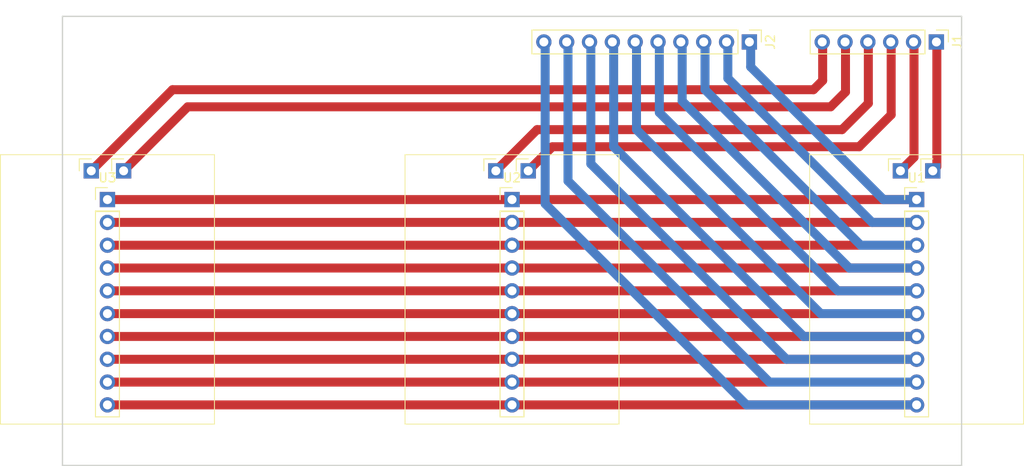
<source format=kicad_pcb>
(kicad_pcb (version 4) (host pcbnew 4.0.7)

  (general
    (links 36)
    (no_connects 10)
    (area 85.849999 71.85238 200.150001 123.825001)
    (thickness 1.6)
    (drawings 4)
    (tracks 60)
    (zones 0)
    (modules 5)
    (nets 17)
  )

  (page A4)
  (layers
    (0 F.Cu signal)
    (31 B.Cu signal)
    (32 B.Adhes user)
    (33 F.Adhes user)
    (34 B.Paste user)
    (35 F.Paste user)
    (36 B.SilkS user)
    (37 F.SilkS user)
    (38 B.Mask user)
    (39 F.Mask user)
    (40 Dwgs.User user)
    (41 Cmts.User user)
    (42 Eco1.User user)
    (43 Eco2.User user)
    (44 Edge.Cuts user)
    (45 Margin user)
    (46 B.CrtYd user)
    (47 F.CrtYd user)
    (48 B.Fab user)
    (49 F.Fab user)
  )

  (setup
    (last_trace_width 1)
    (trace_clearance 0.2)
    (zone_clearance 0.508)
    (zone_45_only no)
    (trace_min 0.2)
    (segment_width 0.2)
    (edge_width 0.15)
    (via_size 0.6)
    (via_drill 0.4)
    (via_min_size 0.4)
    (via_min_drill 0.3)
    (uvia_size 0.3)
    (uvia_drill 0.1)
    (uvias_allowed no)
    (uvia_min_size 0.2)
    (uvia_min_drill 0.1)
    (pcb_text_width 0.3)
    (pcb_text_size 1.5 1.5)
    (mod_edge_width 0.15)
    (mod_text_size 1 1)
    (mod_text_width 0.15)
    (pad_size 1.524 1.524)
    (pad_drill 0.762)
    (pad_to_mask_clearance 0.2)
    (aux_axis_origin 93 123.8)
    (visible_elements 7FFFFFFF)
    (pcbplotparams
      (layerselection 0x010f0_80000001)
      (usegerberextensions true)
      (excludeedgelayer true)
      (linewidth 0.100000)
      (plotframeref false)
      (viasonmask false)
      (mode 1)
      (useauxorigin false)
      (hpglpennumber 1)
      (hpglpenspeed 20)
      (hpglpendiameter 15)
      (hpglpenoverlay 2)
      (psnegative false)
      (psa4output false)
      (plotreference true)
      (plotvalue true)
      (plotinvisibletext false)
      (padsonsilk false)
      (subtractmaskfromsilk true)
      (outputformat 1)
      (mirror false)
      (drillshape 0)
      (scaleselection 1)
      (outputdirectory export))
  )

  (net 0 "")
  (net 1 "Net-(J1-Pad1)")
  (net 2 "Net-(J1-Pad2)")
  (net 3 "Net-(J1-Pad3)")
  (net 4 "Net-(J1-Pad4)")
  (net 5 "Net-(J1-Pad5)")
  (net 6 "Net-(J1-Pad6)")
  (net 7 "Net-(J2-Pad1)")
  (net 8 "Net-(J2-Pad2)")
  (net 9 "Net-(J2-Pad3)")
  (net 10 "Net-(J2-Pad4)")
  (net 11 "Net-(J2-Pad5)")
  (net 12 "Net-(J2-Pad6)")
  (net 13 "Net-(J2-Pad7)")
  (net 14 "Net-(J2-Pad8)")
  (net 15 "Net-(J2-Pad9)")
  (net 16 "Net-(J2-Pad10)")

  (net_class Default "これは標準のネット クラスです。"
    (clearance 0.2)
    (trace_width 1)
    (via_dia 0.6)
    (via_drill 0.4)
    (uvia_dia 0.3)
    (uvia_drill 0.1)
    (add_net "Net-(J1-Pad1)")
    (add_net "Net-(J1-Pad2)")
    (add_net "Net-(J1-Pad3)")
    (add_net "Net-(J1-Pad4)")
    (add_net "Net-(J1-Pad5)")
    (add_net "Net-(J1-Pad6)")
    (add_net "Net-(J2-Pad1)")
    (add_net "Net-(J2-Pad10)")
    (add_net "Net-(J2-Pad2)")
    (add_net "Net-(J2-Pad3)")
    (add_net "Net-(J2-Pad4)")
    (add_net "Net-(J2-Pad5)")
    (add_net "Net-(J2-Pad6)")
    (add_net "Net-(J2-Pad7)")
    (add_net "Net-(J2-Pad8)")
    (add_net "Net-(J2-Pad9)")
  )

  (module Socket_Strips:Socket_Strip_Straight_1x06_Pitch2.54mm (layer F.Cu) (tedit 58CD5446) (tstamp 5B4DDF3B)
    (at 190.2 76.6 270)
    (descr "Through hole straight socket strip, 1x06, 2.54mm pitch, single row")
    (tags "Through hole socket strip THT 1x06 2.54mm single row")
    (path /5B4DDDB6)
    (fp_text reference J1 (at 0 -2.33 270) (layer F.SilkS)
      (effects (font (size 1 1) (thickness 0.15)))
    )
    (fp_text value Conn_01x06 (at 0 15.03 270) (layer F.Fab)
      (effects (font (size 1 1) (thickness 0.15)))
    )
    (fp_line (start -1.27 -1.27) (end -1.27 13.97) (layer F.Fab) (width 0.1))
    (fp_line (start -1.27 13.97) (end 1.27 13.97) (layer F.Fab) (width 0.1))
    (fp_line (start 1.27 13.97) (end 1.27 -1.27) (layer F.Fab) (width 0.1))
    (fp_line (start 1.27 -1.27) (end -1.27 -1.27) (layer F.Fab) (width 0.1))
    (fp_line (start -1.33 1.27) (end -1.33 14.03) (layer F.SilkS) (width 0.12))
    (fp_line (start -1.33 14.03) (end 1.33 14.03) (layer F.SilkS) (width 0.12))
    (fp_line (start 1.33 14.03) (end 1.33 1.27) (layer F.SilkS) (width 0.12))
    (fp_line (start 1.33 1.27) (end -1.33 1.27) (layer F.SilkS) (width 0.12))
    (fp_line (start -1.33 0) (end -1.33 -1.33) (layer F.SilkS) (width 0.12))
    (fp_line (start -1.33 -1.33) (end 0 -1.33) (layer F.SilkS) (width 0.12))
    (fp_line (start -1.8 -1.8) (end -1.8 14.5) (layer F.CrtYd) (width 0.05))
    (fp_line (start -1.8 14.5) (end 1.8 14.5) (layer F.CrtYd) (width 0.05))
    (fp_line (start 1.8 14.5) (end 1.8 -1.8) (layer F.CrtYd) (width 0.05))
    (fp_line (start 1.8 -1.8) (end -1.8 -1.8) (layer F.CrtYd) (width 0.05))
    (fp_text user %R (at 0 -2.33 270) (layer F.Fab)
      (effects (font (size 1 1) (thickness 0.15)))
    )
    (pad 1 thru_hole rect (at 0 0 270) (size 1.7 1.7) (drill 1) (layers *.Cu *.Mask)
      (net 1 "Net-(J1-Pad1)"))
    (pad 2 thru_hole oval (at 0 2.54 270) (size 1.7 1.7) (drill 1) (layers *.Cu *.Mask)
      (net 2 "Net-(J1-Pad2)"))
    (pad 3 thru_hole oval (at 0 5.08 270) (size 1.7 1.7) (drill 1) (layers *.Cu *.Mask)
      (net 3 "Net-(J1-Pad3)"))
    (pad 4 thru_hole oval (at 0 7.62 270) (size 1.7 1.7) (drill 1) (layers *.Cu *.Mask)
      (net 4 "Net-(J1-Pad4)"))
    (pad 5 thru_hole oval (at 0 10.16 270) (size 1.7 1.7) (drill 1) (layers *.Cu *.Mask)
      (net 5 "Net-(J1-Pad5)"))
    (pad 6 thru_hole oval (at 0 12.7 270) (size 1.7 1.7) (drill 1) (layers *.Cu *.Mask)
      (net 6 "Net-(J1-Pad6)"))
    (model ${KISYS3DMOD}/Socket_Strips.3dshapes/Socket_Strip_Straight_1x06_Pitch2.54mm.wrl
      (at (xyz 0 -0.25 0))
      (scale (xyz 1 1 1))
      (rotate (xyz 0 0 270))
    )
  )

  (module Socket_Strips:Socket_Strip_Straight_1x10_Pitch2.54mm (layer F.Cu) (tedit 58CD5446) (tstamp 5B4DDF49)
    (at 169.4 76.6 270)
    (descr "Through hole straight socket strip, 1x10, 2.54mm pitch, single row")
    (tags "Through hole socket strip THT 1x10 2.54mm single row")
    (path /5B4DDCFB)
    (fp_text reference J2 (at 0 -2.33 270) (layer F.SilkS)
      (effects (font (size 1 1) (thickness 0.15)))
    )
    (fp_text value Conn_01x10 (at 0 25.19 270) (layer F.Fab)
      (effects (font (size 1 1) (thickness 0.15)))
    )
    (fp_line (start -1.27 -1.27) (end -1.27 24.13) (layer F.Fab) (width 0.1))
    (fp_line (start -1.27 24.13) (end 1.27 24.13) (layer F.Fab) (width 0.1))
    (fp_line (start 1.27 24.13) (end 1.27 -1.27) (layer F.Fab) (width 0.1))
    (fp_line (start 1.27 -1.27) (end -1.27 -1.27) (layer F.Fab) (width 0.1))
    (fp_line (start -1.33 1.27) (end -1.33 24.19) (layer F.SilkS) (width 0.12))
    (fp_line (start -1.33 24.19) (end 1.33 24.19) (layer F.SilkS) (width 0.12))
    (fp_line (start 1.33 24.19) (end 1.33 1.27) (layer F.SilkS) (width 0.12))
    (fp_line (start 1.33 1.27) (end -1.33 1.27) (layer F.SilkS) (width 0.12))
    (fp_line (start -1.33 0) (end -1.33 -1.33) (layer F.SilkS) (width 0.12))
    (fp_line (start -1.33 -1.33) (end 0 -1.33) (layer F.SilkS) (width 0.12))
    (fp_line (start -1.8 -1.8) (end -1.8 24.65) (layer F.CrtYd) (width 0.05))
    (fp_line (start -1.8 24.65) (end 1.8 24.65) (layer F.CrtYd) (width 0.05))
    (fp_line (start 1.8 24.65) (end 1.8 -1.8) (layer F.CrtYd) (width 0.05))
    (fp_line (start 1.8 -1.8) (end -1.8 -1.8) (layer F.CrtYd) (width 0.05))
    (fp_text user %R (at 0 -2.33 270) (layer F.Fab)
      (effects (font (size 1 1) (thickness 0.15)))
    )
    (pad 1 thru_hole rect (at 0 0 270) (size 1.7 1.7) (drill 1) (layers *.Cu *.Mask)
      (net 7 "Net-(J2-Pad1)"))
    (pad 2 thru_hole oval (at 0 2.54 270) (size 1.7 1.7) (drill 1) (layers *.Cu *.Mask)
      (net 8 "Net-(J2-Pad2)"))
    (pad 3 thru_hole oval (at 0 5.08 270) (size 1.7 1.7) (drill 1) (layers *.Cu *.Mask)
      (net 9 "Net-(J2-Pad3)"))
    (pad 4 thru_hole oval (at 0 7.62 270) (size 1.7 1.7) (drill 1) (layers *.Cu *.Mask)
      (net 10 "Net-(J2-Pad4)"))
    (pad 5 thru_hole oval (at 0 10.16 270) (size 1.7 1.7) (drill 1) (layers *.Cu *.Mask)
      (net 11 "Net-(J2-Pad5)"))
    (pad 6 thru_hole oval (at 0 12.7 270) (size 1.7 1.7) (drill 1) (layers *.Cu *.Mask)
      (net 12 "Net-(J2-Pad6)"))
    (pad 7 thru_hole oval (at 0 15.24 270) (size 1.7 1.7) (drill 1) (layers *.Cu *.Mask)
      (net 13 "Net-(J2-Pad7)"))
    (pad 8 thru_hole oval (at 0 17.78 270) (size 1.7 1.7) (drill 1) (layers *.Cu *.Mask)
      (net 14 "Net-(J2-Pad8)"))
    (pad 9 thru_hole oval (at 0 20.32 270) (size 1.7 1.7) (drill 1) (layers *.Cu *.Mask)
      (net 15 "Net-(J2-Pad9)"))
    (pad 10 thru_hole oval (at 0 22.86 270) (size 1.7 1.7) (drill 1) (layers *.Cu *.Mask)
      (net 16 "Net-(J2-Pad10)"))
    (model ${KISYS3DMOD}/Socket_Strips.3dshapes/Socket_Strip_Straight_1x10_Pitch2.54mm.wrl
      (at (xyz 0 -0.45 0))
      (scale (xyz 1 1 1))
      (rotate (xyz 0 0 270))
    )
  )

  (module LixieMounter:LixieUnit (layer F.Cu) (tedit 5B4C7FC4) (tstamp 5B4DDF85)
    (at 188 94.55)
    (descr "Through hole straight socket strip, 1x10, 2.54mm pitch, single row")
    (tags "Through hole socket strip THT 1x10 2.54mm single row")
    (path /5B4DDBB3)
    (fp_text reference U1 (at 0 -2.83) (layer F.SilkS)
      (effects (font (size 1 1) (thickness 0.15)))
    )
    (fp_text value 2DigitLixie (at 0.1 25.9) (layer F.Fab)
      (effects (font (size 1 1) (thickness 0.15)))
    )
    (fp_line (start -11.9 -5.4) (end -11.9 24.6) (layer F.SilkS) (width 0.1))
    (fp_line (start 11.9 -5.4) (end 11.9 24.6) (layer F.SilkS) (width 0.1))
    (fp_line (start 11.9 24.6) (end -11.9 24.6) (layer F.SilkS) (width 0.1))
    (fp_line (start 11.9 -5.4) (end -11.9 -5.4) (layer F.SilkS) (width 0.1))
    (fp_line (start 3.6 -5.4) (end 0 -5.4) (layer F.CrtYd) (width 0.05))
    (fp_line (start 3.6 -1.8) (end 3.6 -5.4) (layer F.CrtYd) (width 0.05))
    (fp_line (start 0 -1.8) (end 3.6 -1.8) (layer F.CrtYd) (width 0.05))
    (fp_line (start 0 -5.4) (end 0 -1.8) (layer F.CrtYd) (width 0.05))
    (fp_line (start 0.47 -4.93) (end 1.8 -4.93) (layer F.SilkS) (width 0.12))
    (fp_line (start 0.47 -3.6) (end 0.47 -4.93) (layer F.SilkS) (width 0.12))
    (fp_line (start 3.07 -4.87) (end 0.53 -4.87) (layer F.Fab) (width 0.1))
    (fp_line (start 0.52 -2.33) (end 0.52 -4.87) (layer F.Fab) (width 0.1))
    (fp_line (start 3.08 -4.87) (end 3.08 -2.33) (layer F.Fab) (width 0.1))
    (fp_line (start 0.53 -2.33) (end 3.07 -2.33) (layer F.Fab) (width 0.1))
    (fp_line (start -3.07 -2.33) (end -0.53 -2.33) (layer F.Fab) (width 0.1))
    (fp_line (start -0.52 -4.87) (end -0.52 -2.33) (layer F.Fab) (width 0.1))
    (fp_line (start -1.27 0.87) (end 1.27 0.87) (layer F.Fab) (width 0.1))
    (fp_line (start -3.08 -2.33) (end -3.08 -4.87) (layer F.Fab) (width 0.1))
    (fp_line (start -0.53 -4.87) (end -3.07 -4.87) (layer F.Fab) (width 0.1))
    (fp_line (start -1.33 0.87) (end -1.33 0.93) (layer F.SilkS) (width 0.12))
    (fp_line (start -1.33 0.93) (end 1.33 0.93) (layer F.SilkS) (width 0.12))
    (fp_line (start 1.33 0.93) (end 1.33 0.87) (layer F.SilkS) (width 0.12))
    (fp_line (start -3.13 -3.6) (end -3.13 -4.93) (layer F.SilkS) (width 0.12))
    (fp_line (start -3.13 -4.93) (end -1.8 -4.93) (layer F.SilkS) (width 0.12))
    (fp_line (start -3.6 -5.4) (end -3.6 -1.8) (layer F.CrtYd) (width 0.05))
    (fp_line (start -3.6 -1.8) (end 0 -1.8) (layer F.CrtYd) (width 0.05))
    (fp_line (start 0 -1.8) (end 0 -5.4) (layer F.CrtYd) (width 0.05))
    (fp_line (start 0 -5.4) (end -3.6 -5.4) (layer F.CrtYd) (width 0.05))
    (fp_text user %R (at 0 -2.83) (layer F.Fab)
      (effects (font (size 1 1) (thickness 0.15)))
    )
    (fp_line (start -1.27 -1.67) (end -1.27 23.73) (layer F.Fab) (width 0.1))
    (fp_line (start -1.27 23.73) (end 1.27 23.73) (layer F.Fab) (width 0.1))
    (fp_line (start 1.27 23.73) (end 1.27 -1.67) (layer F.Fab) (width 0.1))
    (fp_line (start 1.27 -1.67) (end -1.27 -1.67) (layer F.Fab) (width 0.1))
    (fp_line (start -1.33 0.87) (end -1.33 23.79) (layer F.SilkS) (width 0.12))
    (fp_line (start -1.33 23.79) (end 1.33 23.79) (layer F.SilkS) (width 0.12))
    (fp_line (start 1.33 23.79) (end 1.33 0.87) (layer F.SilkS) (width 0.12))
    (fp_line (start 1.33 0.87) (end -1.33 0.87) (layer F.SilkS) (width 0.12))
    (fp_line (start -1.33 -0.4) (end -1.33 -1.73) (layer F.SilkS) (width 0.12))
    (fp_line (start -1.33 -1.73) (end 0 -1.73) (layer F.SilkS) (width 0.12))
    (fp_line (start -1.8 -2.2) (end -1.8 24.25) (layer F.CrtYd) (width 0.05))
    (fp_line (start -1.8 24.25) (end 1.8 24.25) (layer F.CrtYd) (width 0.05))
    (fp_line (start 1.8 24.25) (end 1.8 -2.2) (layer F.CrtYd) (width 0.05))
    (fp_line (start 1.8 -2.2) (end -1.8 -2.2) (layer F.CrtYd) (width 0.05))
    (fp_text user %R (at 0 -2.83) (layer F.Fab)
      (effects (font (size 1 1) (thickness 0.15)))
    )
    (pad 1 thru_hole rect (at 1.8 -3.6) (size 1.7 1.7) (drill 1) (layers *.Cu *.Mask)
      (net 1 "Net-(J1-Pad1)"))
    (pad 2 thru_hole rect (at -1.8 -3.6) (size 1.7 1.7) (drill 1) (layers *.Cu *.Mask)
      (net 2 "Net-(J1-Pad2)"))
    (pad 3 thru_hole rect (at 0 -0.4) (size 1.7 1.7) (drill 1) (layers *.Cu *.Mask)
      (net 7 "Net-(J2-Pad1)"))
    (pad 4 thru_hole oval (at 0 2.14) (size 1.7 1.7) (drill 1) (layers *.Cu *.Mask)
      (net 8 "Net-(J2-Pad2)"))
    (pad 5 thru_hole oval (at 0 4.68) (size 1.7 1.7) (drill 1) (layers *.Cu *.Mask)
      (net 9 "Net-(J2-Pad3)"))
    (pad 6 thru_hole oval (at 0 7.22) (size 1.7 1.7) (drill 1) (layers *.Cu *.Mask)
      (net 10 "Net-(J2-Pad4)"))
    (pad 7 thru_hole oval (at 0 9.76) (size 1.7 1.7) (drill 1) (layers *.Cu *.Mask)
      (net 11 "Net-(J2-Pad5)"))
    (pad 8 thru_hole oval (at 0 12.3) (size 1.7 1.7) (drill 1) (layers *.Cu *.Mask)
      (net 12 "Net-(J2-Pad6)"))
    (pad 9 thru_hole oval (at 0 14.84) (size 1.7 1.7) (drill 1) (layers *.Cu *.Mask)
      (net 13 "Net-(J2-Pad7)"))
    (pad 10 thru_hole oval (at 0 17.38) (size 1.7 1.7) (drill 1) (layers *.Cu *.Mask)
      (net 14 "Net-(J2-Pad8)"))
    (pad 11 thru_hole oval (at 0 19.92) (size 1.7 1.7) (drill 1) (layers *.Cu *.Mask)
      (net 15 "Net-(J2-Pad9)"))
    (pad 12 thru_hole oval (at 0 22.46) (size 1.7 1.7) (drill 1) (layers *.Cu *.Mask)
      (net 16 "Net-(J2-Pad10)"))
    (model ${KISYS3DMOD}/Socket_Strips.3dshapes/Socket_Strip_Straight_1x10_Pitch2.54mm.wrl
      (at (xyz 0 -0.45 0))
      (scale (xyz 1 1 1))
      (rotate (xyz 0 0 270))
    )
  )

  (module LixieMounter:LixieUnit (layer F.Cu) (tedit 5B4C7FC4) (tstamp 5B4DDFC1)
    (at 143 94.55)
    (descr "Through hole straight socket strip, 1x10, 2.54mm pitch, single row")
    (tags "Through hole socket strip THT 1x10 2.54mm single row")
    (path /5B4DDC47)
    (fp_text reference U2 (at 0 -2.83) (layer F.SilkS)
      (effects (font (size 1 1) (thickness 0.15)))
    )
    (fp_text value 2DigitLixie (at 0.1 25.9) (layer F.Fab)
      (effects (font (size 1 1) (thickness 0.15)))
    )
    (fp_line (start -11.9 -5.4) (end -11.9 24.6) (layer F.SilkS) (width 0.1))
    (fp_line (start 11.9 -5.4) (end 11.9 24.6) (layer F.SilkS) (width 0.1))
    (fp_line (start 11.9 24.6) (end -11.9 24.6) (layer F.SilkS) (width 0.1))
    (fp_line (start 11.9 -5.4) (end -11.9 -5.4) (layer F.SilkS) (width 0.1))
    (fp_line (start 3.6 -5.4) (end 0 -5.4) (layer F.CrtYd) (width 0.05))
    (fp_line (start 3.6 -1.8) (end 3.6 -5.4) (layer F.CrtYd) (width 0.05))
    (fp_line (start 0 -1.8) (end 3.6 -1.8) (layer F.CrtYd) (width 0.05))
    (fp_line (start 0 -5.4) (end 0 -1.8) (layer F.CrtYd) (width 0.05))
    (fp_line (start 0.47 -4.93) (end 1.8 -4.93) (layer F.SilkS) (width 0.12))
    (fp_line (start 0.47 -3.6) (end 0.47 -4.93) (layer F.SilkS) (width 0.12))
    (fp_line (start 3.07 -4.87) (end 0.53 -4.87) (layer F.Fab) (width 0.1))
    (fp_line (start 0.52 -2.33) (end 0.52 -4.87) (layer F.Fab) (width 0.1))
    (fp_line (start 3.08 -4.87) (end 3.08 -2.33) (layer F.Fab) (width 0.1))
    (fp_line (start 0.53 -2.33) (end 3.07 -2.33) (layer F.Fab) (width 0.1))
    (fp_line (start -3.07 -2.33) (end -0.53 -2.33) (layer F.Fab) (width 0.1))
    (fp_line (start -0.52 -4.87) (end -0.52 -2.33) (layer F.Fab) (width 0.1))
    (fp_line (start -1.27 0.87) (end 1.27 0.87) (layer F.Fab) (width 0.1))
    (fp_line (start -3.08 -2.33) (end -3.08 -4.87) (layer F.Fab) (width 0.1))
    (fp_line (start -0.53 -4.87) (end -3.07 -4.87) (layer F.Fab) (width 0.1))
    (fp_line (start -1.33 0.87) (end -1.33 0.93) (layer F.SilkS) (width 0.12))
    (fp_line (start -1.33 0.93) (end 1.33 0.93) (layer F.SilkS) (width 0.12))
    (fp_line (start 1.33 0.93) (end 1.33 0.87) (layer F.SilkS) (width 0.12))
    (fp_line (start -3.13 -3.6) (end -3.13 -4.93) (layer F.SilkS) (width 0.12))
    (fp_line (start -3.13 -4.93) (end -1.8 -4.93) (layer F.SilkS) (width 0.12))
    (fp_line (start -3.6 -5.4) (end -3.6 -1.8) (layer F.CrtYd) (width 0.05))
    (fp_line (start -3.6 -1.8) (end 0 -1.8) (layer F.CrtYd) (width 0.05))
    (fp_line (start 0 -1.8) (end 0 -5.4) (layer F.CrtYd) (width 0.05))
    (fp_line (start 0 -5.4) (end -3.6 -5.4) (layer F.CrtYd) (width 0.05))
    (fp_text user %R (at 0 -2.83) (layer F.Fab)
      (effects (font (size 1 1) (thickness 0.15)))
    )
    (fp_line (start -1.27 -1.67) (end -1.27 23.73) (layer F.Fab) (width 0.1))
    (fp_line (start -1.27 23.73) (end 1.27 23.73) (layer F.Fab) (width 0.1))
    (fp_line (start 1.27 23.73) (end 1.27 -1.67) (layer F.Fab) (width 0.1))
    (fp_line (start 1.27 -1.67) (end -1.27 -1.67) (layer F.Fab) (width 0.1))
    (fp_line (start -1.33 0.87) (end -1.33 23.79) (layer F.SilkS) (width 0.12))
    (fp_line (start -1.33 23.79) (end 1.33 23.79) (layer F.SilkS) (width 0.12))
    (fp_line (start 1.33 23.79) (end 1.33 0.87) (layer F.SilkS) (width 0.12))
    (fp_line (start 1.33 0.87) (end -1.33 0.87) (layer F.SilkS) (width 0.12))
    (fp_line (start -1.33 -0.4) (end -1.33 -1.73) (layer F.SilkS) (width 0.12))
    (fp_line (start -1.33 -1.73) (end 0 -1.73) (layer F.SilkS) (width 0.12))
    (fp_line (start -1.8 -2.2) (end -1.8 24.25) (layer F.CrtYd) (width 0.05))
    (fp_line (start -1.8 24.25) (end 1.8 24.25) (layer F.CrtYd) (width 0.05))
    (fp_line (start 1.8 24.25) (end 1.8 -2.2) (layer F.CrtYd) (width 0.05))
    (fp_line (start 1.8 -2.2) (end -1.8 -2.2) (layer F.CrtYd) (width 0.05))
    (fp_text user %R (at 0 -2.83) (layer F.Fab)
      (effects (font (size 1 1) (thickness 0.15)))
    )
    (pad 1 thru_hole rect (at 1.8 -3.6) (size 1.7 1.7) (drill 1) (layers *.Cu *.Mask)
      (net 3 "Net-(J1-Pad3)"))
    (pad 2 thru_hole rect (at -1.8 -3.6) (size 1.7 1.7) (drill 1) (layers *.Cu *.Mask)
      (net 4 "Net-(J1-Pad4)"))
    (pad 3 thru_hole rect (at 0 -0.4) (size 1.7 1.7) (drill 1) (layers *.Cu *.Mask)
      (net 7 "Net-(J2-Pad1)"))
    (pad 4 thru_hole oval (at 0 2.14) (size 1.7 1.7) (drill 1) (layers *.Cu *.Mask)
      (net 8 "Net-(J2-Pad2)"))
    (pad 5 thru_hole oval (at 0 4.68) (size 1.7 1.7) (drill 1) (layers *.Cu *.Mask)
      (net 9 "Net-(J2-Pad3)"))
    (pad 6 thru_hole oval (at 0 7.22) (size 1.7 1.7) (drill 1) (layers *.Cu *.Mask)
      (net 10 "Net-(J2-Pad4)"))
    (pad 7 thru_hole oval (at 0 9.76) (size 1.7 1.7) (drill 1) (layers *.Cu *.Mask)
      (net 11 "Net-(J2-Pad5)"))
    (pad 8 thru_hole oval (at 0 12.3) (size 1.7 1.7) (drill 1) (layers *.Cu *.Mask)
      (net 12 "Net-(J2-Pad6)"))
    (pad 9 thru_hole oval (at 0 14.84) (size 1.7 1.7) (drill 1) (layers *.Cu *.Mask)
      (net 13 "Net-(J2-Pad7)"))
    (pad 10 thru_hole oval (at 0 17.38) (size 1.7 1.7) (drill 1) (layers *.Cu *.Mask)
      (net 14 "Net-(J2-Pad8)"))
    (pad 11 thru_hole oval (at 0 19.92) (size 1.7 1.7) (drill 1) (layers *.Cu *.Mask)
      (net 15 "Net-(J2-Pad9)"))
    (pad 12 thru_hole oval (at 0 22.46) (size 1.7 1.7) (drill 1) (layers *.Cu *.Mask)
      (net 16 "Net-(J2-Pad10)"))
    (model ${KISYS3DMOD}/Socket_Strips.3dshapes/Socket_Strip_Straight_1x10_Pitch2.54mm.wrl
      (at (xyz 0 -0.45 0))
      (scale (xyz 1 1 1))
      (rotate (xyz 0 0 270))
    )
  )

  (module LixieMounter:LixieUnit (layer F.Cu) (tedit 5B4C7FC4) (tstamp 5B4DDFFD)
    (at 98 94.55)
    (descr "Through hole straight socket strip, 1x10, 2.54mm pitch, single row")
    (tags "Through hole socket strip THT 1x10 2.54mm single row")
    (path /5B4DDCA1)
    (fp_text reference U3 (at 0 -2.83) (layer F.SilkS)
      (effects (font (size 1 1) (thickness 0.15)))
    )
    (fp_text value 2DigitLixie (at 0.1 25.9) (layer F.Fab)
      (effects (font (size 1 1) (thickness 0.15)))
    )
    (fp_line (start -11.9 -5.4) (end -11.9 24.6) (layer F.SilkS) (width 0.1))
    (fp_line (start 11.9 -5.4) (end 11.9 24.6) (layer F.SilkS) (width 0.1))
    (fp_line (start 11.9 24.6) (end -11.9 24.6) (layer F.SilkS) (width 0.1))
    (fp_line (start 11.9 -5.4) (end -11.9 -5.4) (layer F.SilkS) (width 0.1))
    (fp_line (start 3.6 -5.4) (end 0 -5.4) (layer F.CrtYd) (width 0.05))
    (fp_line (start 3.6 -1.8) (end 3.6 -5.4) (layer F.CrtYd) (width 0.05))
    (fp_line (start 0 -1.8) (end 3.6 -1.8) (layer F.CrtYd) (width 0.05))
    (fp_line (start 0 -5.4) (end 0 -1.8) (layer F.CrtYd) (width 0.05))
    (fp_line (start 0.47 -4.93) (end 1.8 -4.93) (layer F.SilkS) (width 0.12))
    (fp_line (start 0.47 -3.6) (end 0.47 -4.93) (layer F.SilkS) (width 0.12))
    (fp_line (start 3.07 -4.87) (end 0.53 -4.87) (layer F.Fab) (width 0.1))
    (fp_line (start 0.52 -2.33) (end 0.52 -4.87) (layer F.Fab) (width 0.1))
    (fp_line (start 3.08 -4.87) (end 3.08 -2.33) (layer F.Fab) (width 0.1))
    (fp_line (start 0.53 -2.33) (end 3.07 -2.33) (layer F.Fab) (width 0.1))
    (fp_line (start -3.07 -2.33) (end -0.53 -2.33) (layer F.Fab) (width 0.1))
    (fp_line (start -0.52 -4.87) (end -0.52 -2.33) (layer F.Fab) (width 0.1))
    (fp_line (start -1.27 0.87) (end 1.27 0.87) (layer F.Fab) (width 0.1))
    (fp_line (start -3.08 -2.33) (end -3.08 -4.87) (layer F.Fab) (width 0.1))
    (fp_line (start -0.53 -4.87) (end -3.07 -4.87) (layer F.Fab) (width 0.1))
    (fp_line (start -1.33 0.87) (end -1.33 0.93) (layer F.SilkS) (width 0.12))
    (fp_line (start -1.33 0.93) (end 1.33 0.93) (layer F.SilkS) (width 0.12))
    (fp_line (start 1.33 0.93) (end 1.33 0.87) (layer F.SilkS) (width 0.12))
    (fp_line (start -3.13 -3.6) (end -3.13 -4.93) (layer F.SilkS) (width 0.12))
    (fp_line (start -3.13 -4.93) (end -1.8 -4.93) (layer F.SilkS) (width 0.12))
    (fp_line (start -3.6 -5.4) (end -3.6 -1.8) (layer F.CrtYd) (width 0.05))
    (fp_line (start -3.6 -1.8) (end 0 -1.8) (layer F.CrtYd) (width 0.05))
    (fp_line (start 0 -1.8) (end 0 -5.4) (layer F.CrtYd) (width 0.05))
    (fp_line (start 0 -5.4) (end -3.6 -5.4) (layer F.CrtYd) (width 0.05))
    (fp_text user %R (at 0 -2.83) (layer F.Fab)
      (effects (font (size 1 1) (thickness 0.15)))
    )
    (fp_line (start -1.27 -1.67) (end -1.27 23.73) (layer F.Fab) (width 0.1))
    (fp_line (start -1.27 23.73) (end 1.27 23.73) (layer F.Fab) (width 0.1))
    (fp_line (start 1.27 23.73) (end 1.27 -1.67) (layer F.Fab) (width 0.1))
    (fp_line (start 1.27 -1.67) (end -1.27 -1.67) (layer F.Fab) (width 0.1))
    (fp_line (start -1.33 0.87) (end -1.33 23.79) (layer F.SilkS) (width 0.12))
    (fp_line (start -1.33 23.79) (end 1.33 23.79) (layer F.SilkS) (width 0.12))
    (fp_line (start 1.33 23.79) (end 1.33 0.87) (layer F.SilkS) (width 0.12))
    (fp_line (start 1.33 0.87) (end -1.33 0.87) (layer F.SilkS) (width 0.12))
    (fp_line (start -1.33 -0.4) (end -1.33 -1.73) (layer F.SilkS) (width 0.12))
    (fp_line (start -1.33 -1.73) (end 0 -1.73) (layer F.SilkS) (width 0.12))
    (fp_line (start -1.8 -2.2) (end -1.8 24.25) (layer F.CrtYd) (width 0.05))
    (fp_line (start -1.8 24.25) (end 1.8 24.25) (layer F.CrtYd) (width 0.05))
    (fp_line (start 1.8 24.25) (end 1.8 -2.2) (layer F.CrtYd) (width 0.05))
    (fp_line (start 1.8 -2.2) (end -1.8 -2.2) (layer F.CrtYd) (width 0.05))
    (fp_text user %R (at 0 -2.83) (layer F.Fab)
      (effects (font (size 1 1) (thickness 0.15)))
    )
    (pad 1 thru_hole rect (at 1.8 -3.6) (size 1.7 1.7) (drill 1) (layers *.Cu *.Mask)
      (net 5 "Net-(J1-Pad5)"))
    (pad 2 thru_hole rect (at -1.8 -3.6) (size 1.7 1.7) (drill 1) (layers *.Cu *.Mask)
      (net 6 "Net-(J1-Pad6)"))
    (pad 3 thru_hole rect (at 0 -0.4) (size 1.7 1.7) (drill 1) (layers *.Cu *.Mask)
      (net 7 "Net-(J2-Pad1)"))
    (pad 4 thru_hole oval (at 0 2.14) (size 1.7 1.7) (drill 1) (layers *.Cu *.Mask)
      (net 8 "Net-(J2-Pad2)"))
    (pad 5 thru_hole oval (at 0 4.68) (size 1.7 1.7) (drill 1) (layers *.Cu *.Mask)
      (net 9 "Net-(J2-Pad3)"))
    (pad 6 thru_hole oval (at 0 7.22) (size 1.7 1.7) (drill 1) (layers *.Cu *.Mask)
      (net 10 "Net-(J2-Pad4)"))
    (pad 7 thru_hole oval (at 0 9.76) (size 1.7 1.7) (drill 1) (layers *.Cu *.Mask)
      (net 11 "Net-(J2-Pad5)"))
    (pad 8 thru_hole oval (at 0 12.3) (size 1.7 1.7) (drill 1) (layers *.Cu *.Mask)
      (net 12 "Net-(J2-Pad6)"))
    (pad 9 thru_hole oval (at 0 14.84) (size 1.7 1.7) (drill 1) (layers *.Cu *.Mask)
      (net 13 "Net-(J2-Pad7)"))
    (pad 10 thru_hole oval (at 0 17.38) (size 1.7 1.7) (drill 1) (layers *.Cu *.Mask)
      (net 14 "Net-(J2-Pad8)"))
    (pad 11 thru_hole oval (at 0 19.92) (size 1.7 1.7) (drill 1) (layers *.Cu *.Mask)
      (net 15 "Net-(J2-Pad9)"))
    (pad 12 thru_hole oval (at 0 22.46) (size 1.7 1.7) (drill 1) (layers *.Cu *.Mask)
      (net 16 "Net-(J2-Pad10)"))
    (model ${KISYS3DMOD}/Socket_Strips.3dshapes/Socket_Strip_Straight_1x10_Pitch2.54mm.wrl
      (at (xyz 0 -0.45 0))
      (scale (xyz 1 1 1))
      (rotate (xyz 0 0 270))
    )
  )

  (gr_line (start 93 123.75) (end 193 123.75) (angle 90) (layer Edge.Cuts) (width 0.15) (tstamp 5B4DE4B8))
  (gr_line (start 93 73.75) (end 93 123.75) (angle 90) (layer Edge.Cuts) (width 0.15) (tstamp 5B4DE4AB))
  (gr_line (start 193 73.75) (end 193 123.75) (angle 90) (layer Edge.Cuts) (width 0.15))
  (gr_line (start 93 73.75) (end 193 73.75) (angle 90) (layer Edge.Cuts) (width 0.15))

  (segment (start 190.25 76.7) (end 190.25 90.5) (width 1) (layer F.Cu) (net 1))
  (segment (start 190.25 90.5) (end 189.8 90.95) (width 0.75) (layer F.Cu) (net 1) (tstamp 5B4DEE1A))
  (segment (start 187.71 76.7) (end 187.71 89.44) (width 1) (layer F.Cu) (net 2))
  (segment (start 187.71 89.44) (end 186.2 90.95) (width 1) (layer F.Cu) (net 2) (tstamp 5B4DEE1E))
  (segment (start 185.17 76.7) (end 185.17 84.705) (width 1) (layer F.Cu) (net 3))
  (segment (start 185.17 84.705) (end 181.61 88.265) (width 1) (layer F.Cu) (net 3) (tstamp 5B4DEE22))
  (segment (start 181.61 88.265) (end 147.485 88.265) (width 1) (layer F.Cu) (net 3) (tstamp 5B4DEE25))
  (segment (start 147.485 88.265) (end 144.8 90.95) (width 1) (layer F.Cu) (net 3) (tstamp 5B4DEE28))
  (segment (start 182.63 76.7) (end 182.63 83.435) (width 1) (layer F.Cu) (net 4))
  (segment (start 182.63 83.435) (end 179.705 86.36) (width 1) (layer F.Cu) (net 4) (tstamp 5B4DEE2C))
  (segment (start 179.705 86.36) (end 145.79 86.36) (width 1) (layer F.Cu) (net 4) (tstamp 5B4DEE2F))
  (segment (start 145.79 86.36) (end 141.2 90.95) (width 1) (layer F.Cu) (net 4) (tstamp 5B4DEE34))
  (segment (start 180.09 76.7) (end 180.09 82.165) (width 1) (layer F.Cu) (net 5))
  (segment (start 180.09 82.165) (end 178.435 83.82) (width 1) (layer F.Cu) (net 5) (tstamp 5B4DEE39))
  (segment (start 178.435 83.82) (end 106.93 83.82) (width 1) (layer F.Cu) (net 5) (tstamp 5B4DEE3A))
  (segment (start 106.93 83.82) (end 99.8 90.95) (width 1) (layer F.Cu) (net 5) (tstamp 5B4DEE3B))
  (segment (start 177.55 76.7) (end 177.55 80.895) (width 1) (layer F.Cu) (net 6))
  (segment (start 177.55 80.895) (end 176.53 81.915) (width 1) (layer F.Cu) (net 6) (tstamp 5B4DEE42))
  (segment (start 176.53 81.915) (end 105.235 81.915) (width 1) (layer F.Cu) (net 6) (tstamp 5B4DEE43))
  (segment (start 105.235 81.915) (end 96.2 90.95) (width 1) (layer F.Cu) (net 6) (tstamp 5B4DEE46))
  (segment (start 169.545 76.95) (end 169.545 79.375) (width 1) (layer B.Cu) (net 7))
  (segment (start 169.545 79.375) (end 184.32 94.15) (width 1) (layer B.Cu) (net 7) (tstamp 5B4DEE51))
  (segment (start 184.32 94.15) (end 188 94.15) (width 1) (layer B.Cu) (net 7) (tstamp 5B4DEE54))
  (segment (start 188 94.15) (end 98 94.15) (width 1) (layer F.Cu) (net 7))
  (segment (start 188 96.69) (end 183.05 96.69) (width 1) (layer B.Cu) (net 8))
  (segment (start 183.05 96.69) (end 167.005 80.645) (width 1) (layer B.Cu) (net 8) (tstamp 5B4DEE58))
  (segment (start 167.005 80.645) (end 167.005 76.7) (width 1) (layer B.Cu) (net 8) (tstamp 5B4DEE5A))
  (segment (start 98 96.69) (end 188 96.69) (width 1) (layer F.Cu) (net 8))
  (segment (start 164.465 76.7) (end 164.465 81.915) (width 1) (layer B.Cu) (net 9))
  (segment (start 164.465 81.915) (end 181.78 99.23) (width 1) (layer B.Cu) (net 9) (tstamp 5B4DEE5E))
  (segment (start 181.78 99.23) (end 188 99.23) (width 1) (layer B.Cu) (net 9) (tstamp 5B4DEE60))
  (segment (start 188 99.23) (end 98 99.23) (width 1) (layer F.Cu) (net 9))
  (segment (start 188 101.77) (end 180.51 101.77) (width 1) (layer B.Cu) (net 10))
  (segment (start 180.51 101.77) (end 161.925 83.185) (width 1) (layer B.Cu) (net 10) (tstamp 5B4DEE64))
  (segment (start 161.925 83.185) (end 161.925 76.7) (width 1) (layer B.Cu) (net 10) (tstamp 5B4DEE66))
  (segment (start 98 101.77) (end 188 101.77) (width 1) (layer F.Cu) (net 10))
  (segment (start 159.385 76.7) (end 159.385 84.455) (width 1) (layer B.Cu) (net 11))
  (segment (start 159.385 84.455) (end 179.24 104.31) (width 1) (layer B.Cu) (net 11) (tstamp 5B4DEE6A))
  (segment (start 179.24 104.31) (end 188 104.31) (width 1) (layer B.Cu) (net 11) (tstamp 5B4DEE6C))
  (segment (start 188 104.31) (end 98 104.31) (width 1) (layer F.Cu) (net 11))
  (segment (start 188 106.85) (end 177.335 106.85) (width 1) (layer B.Cu) (net 12))
  (segment (start 177.335 106.85) (end 156.845 86.36) (width 1) (layer B.Cu) (net 12) (tstamp 5B4DEE70))
  (segment (start 156.845 86.36) (end 156.845 76.7) (width 1) (layer B.Cu) (net 12) (tstamp 5B4DEE71))
  (segment (start 98 106.85) (end 188 106.85) (width 1) (layer F.Cu) (net 12))
  (segment (start 154.305 76.7) (end 154.305 88.265) (width 1) (layer B.Cu) (net 13))
  (segment (start 154.305 88.265) (end 175.43 109.39) (width 1) (layer B.Cu) (net 13) (tstamp 5B4DEE75))
  (segment (start 175.43 109.39) (end 188 109.39) (width 1) (layer B.Cu) (net 13) (tstamp 5B4DEE77))
  (segment (start 188 109.39) (end 98 109.39) (width 1) (layer F.Cu) (net 13))
  (segment (start 188 111.93) (end 173.525 111.93) (width 1) (layer B.Cu) (net 14))
  (segment (start 173.525 111.93) (end 151.765 90.17) (width 1) (layer B.Cu) (net 14) (tstamp 5B4DEE7B))
  (segment (start 151.765 90.17) (end 151.765 76.7) (width 1) (layer B.Cu) (net 14) (tstamp 5B4DEE7C))
  (segment (start 98 111.93) (end 188 111.93) (width 1) (layer F.Cu) (net 14))
  (segment (start 149.225 76.7) (end 149.225 92.075) (width 1) (layer B.Cu) (net 15))
  (segment (start 149.225 92.075) (end 171.62 114.47) (width 1) (layer B.Cu) (net 15) (tstamp 5B4DEE80))
  (segment (start 171.62 114.47) (end 188 114.47) (width 1) (layer B.Cu) (net 15) (tstamp 5B4DEE82))
  (segment (start 188 114.47) (end 98 114.47) (width 1) (layer F.Cu) (net 15))
  (segment (start 146.685 76.7) (end 146.685 94.615) (width 1) (layer B.Cu) (net 16))
  (segment (start 146.685 94.615) (end 169.08 117.01) (width 1) (layer B.Cu) (net 16) (tstamp 5B4DEECD))
  (segment (start 169.08 117.01) (end 188 117.01) (width 1) (layer B.Cu) (net 16) (tstamp 5B4DEED5))
  (segment (start 98 117.01) (end 188 117.01) (width 1) (layer F.Cu) (net 16))

)

</source>
